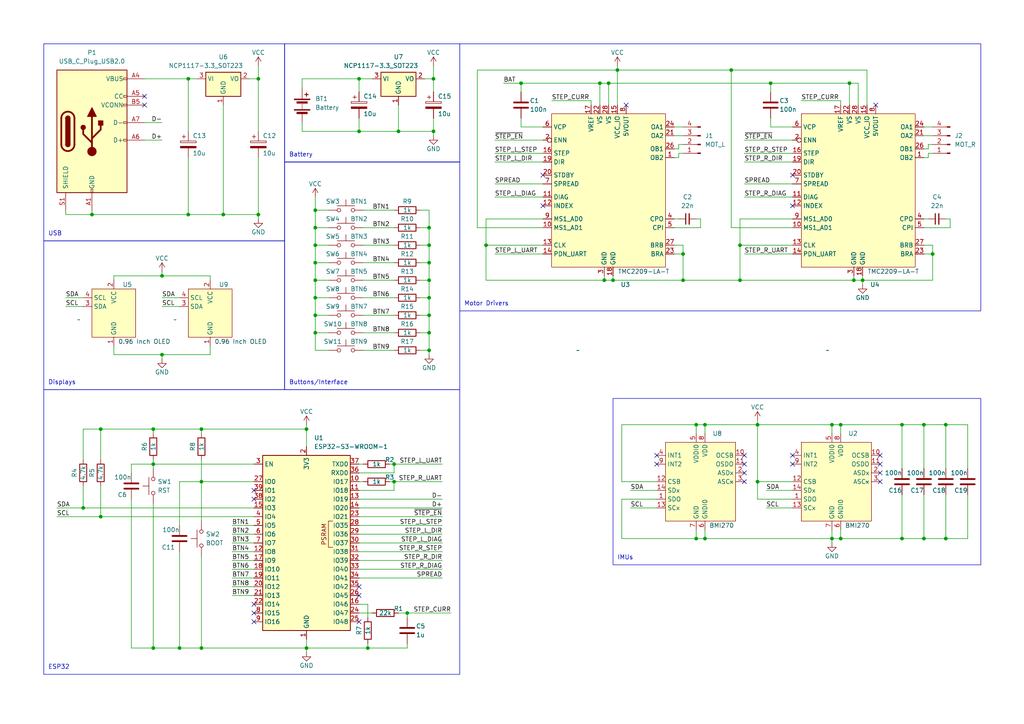
<source format=kicad_sch>
(kicad_sch (version 20230121) (generator eeschema)
  (paper "A4")
  (lib_symbols
    (symbol "0.96InchOLED:0.96_Inch_OLED"
      (property "Reference" "U" (at 2.54 7.62 0))
      (symbol "0.96_Inch_OLED_1_1"
        (rectangle (start -6.35 6.35) (end 6.35 -7.62) (fill (type background)))
        (text "0.96 Inch OLED" (at 1.27 -8.89 0) (effects (font (size 1.27 1.27)) (justify left)))
        (pin power_in line (at 0 -10.16 90) (length 2.54) (name "GND") (number "1"))
        (pin power_in line (at 0 8.89 270) (length 2.54) (name "VCC") (number "2"))
        (pin bidirectional line (at -8.89 1.27 0) (length 2.54) (name "SDA") (number "3"))
        (pin input line (at -8.89 3.81 0) (length 2.54) (name "SCL") (number "4"))
      )
    )
    (symbol "BMI270:BMI270"
      (property "Reference" "U" (at 5.08 13.97 0))
      (symbol "BMI270_1_1"
        (rectangle (start -10.16 12.7) (end 10.16 -10.16) (fill (type background)))
        (text "BMI270" (at 2.54 -11.43 0) (effects (font (size 1.27 1.27)) (justify left)))
        (pin bidirectional line (at -12.7 -3.81 0) (length 2.54) (name "SDO") (number "1"))
        (pin input line (at 12.7 8.89 180) (length 2.54) (name "OCSB") (number "10"))
        (pin output line (at 12.7 6.35 180) (length 2.54) (name "OSDO") (number "11"))
        (pin output line (at -12.7 1.27 0) (length 2.54) (name "CSB") (number "12"))
        (pin input line (at -12.7 -6.35 0) (length 2.54) (name "SCx") (number "13"))
        (pin bidirectional line (at -12.7 -1.27 0) (length 2.54) (name "SDx") (number "14"))
        (pin bidirectional line (at 12.7 3.81 180) (length 2.54) (name "ASDx") (number "2"))
        (pin bidirectional line (at 12.7 1.27 180) (length 2.54) (name "ASCx") (number "3"))
        (pin bidirectional line (at -12.7 8.89 0) (length 2.54) (name "INT1") (number "4"))
        (pin power_in line (at -1.27 15.24 270) (length 2.54) (name "VDDI0") (number "5"))
        (pin power_in line (at 1.27 -12.7 90) (length 2.54) (name "GNDI0") (number "6"))
        (pin power_in line (at -1.27 -12.7 90) (length 2.54) (name "GND") (number "7"))
        (pin power_in line (at 1.27 15.24 270) (length 2.54) (name "VDD") (number "8"))
        (pin bidirectional line (at -12.7 6.35 0) (length 2.54) (name "INT2") (number "9"))
      )
    )
    (symbol "Connector:Conn_01x04_Pin" (pin_names (offset 1.016) hide)
      (property "Reference" "J" (at 0 5.08 0))
      (property "Value" "Conn_01x04_Pin" (at 0 -7.62 0))
      (symbol "Conn_01x04_Pin_1_1"
        (polyline (pts (xy 1.27 -5.08) (xy 0.8636 -5.08)) (stroke (width 0.1524)))
        (polyline (pts (xy 1.27 -2.54) (xy 0.8636 -2.54)) (stroke (width 0.1524)))
        (polyline (pts (xy 1.27 0) (xy 0.8636 0)) (stroke (width 0.1524)))
        (polyline (pts (xy 1.27 2.54) (xy 0.8636 2.54)) (stroke (width 0.1524)))
        (rectangle (start 0.8636 -4.953) (end 0 -5.207) (stroke (width 0.1524)) (fill (type outline)))
        (rectangle (start 0.8636 -2.413) (end 0 -2.667) (stroke (width 0.1524)) (fill (type outline)))
        (rectangle (start 0.8636 0.127) (end 0 -0.127) (stroke (width 0.1524)) (fill (type outline)))
        (rectangle (start 0.8636 2.667) (end 0 2.413) (stroke (width 0.1524)) (fill (type outline)))
        (pin passive line (at 5.08 2.54 180) (length 3.81) (name "Pin_1") (number "1"))
        (pin passive line (at 5.08 0 180) (length 3.81) (name "Pin_2") (number "2"))
        (pin passive line (at 5.08 -2.54 180) (length 3.81) (name "Pin_3") (number "3"))
        (pin passive line (at 5.08 -5.08 180) (length 3.81) (name "Pin_4") (number "4"))
      )
    )
    (symbol "Connector:USB_C_Plug_USB2.0" (pin_names (offset 1.016))
      (property "Reference" "P" (at -10.16 19.05 0))
      (property "Value" "USB_C_Plug_USB2.0" (at 12.7 19.05 0))
      (symbol "USB_C_Plug_USB2.0_0_0"
        (rectangle (start -0.254 -17.78) (end 0.254 -16.764))
        (rectangle (start 10.16 -2.286) (end 9.144 -2.794))
        (rectangle (start 10.16 2.794) (end 9.144 2.286))
        (rectangle (start 10.16 7.874) (end 9.144 7.366))
        (rectangle (start 10.16 10.414) (end 9.144 9.906))
        (rectangle (start 10.16 15.494) (end 9.144 14.986))
      )
      (symbol "USB_C_Plug_USB2.0_0_1"
        (rectangle (start -10.16 17.78) (end 10.16 -17.78) (stroke (width 0.254)) (fill (type background)))
        (arc (start -8.89 -3.81) (mid -6.985 -5.7067) (end -5.08 -3.81) (stroke (width 0.508)))
        (arc (start -7.62 -3.81) (mid -6.985 -4.4423) (end -6.35 -3.81) (stroke (width 0.254)))
        (arc (start -7.62 -3.81) (mid -6.985 -4.4423) (end -6.35 -3.81) (stroke (width 0.254)) (fill (type outline)))
        (rectangle (start -7.62 -3.81) (end -6.35 3.81) (stroke (width 0.254)) (fill (type outline)))
        (arc (start -6.35 3.81) (mid -6.985 4.4423) (end -7.62 3.81) (stroke (width 0.254)))
        (arc (start -6.35 3.81) (mid -6.985 4.4423) (end -7.62 3.81) (stroke (width 0.254)) (fill (type outline)))
        (arc (start -5.08 3.81) (mid -6.985 5.7067) (end -8.89 3.81) (stroke (width 0.508)))
        (circle (center -2.54 1.143) (radius 0.635) (stroke (width 0.254)) (fill (type outline)))
        (circle (center 0 -5.842) (radius 1.27) (fill (type outline)))
        (polyline (pts (xy -8.89 -3.81) (xy -8.89 3.81)) (stroke (width 0.508)))
        (polyline (pts (xy -5.08 3.81) (xy -5.08 -3.81)) (stroke (width 0.508)))
        (polyline (pts (xy 0 -5.842) (xy 0 4.318)) (stroke (width 0.508)))
        (polyline (pts (xy 0 -3.302) (xy -2.54 -0.762) (xy -2.54 0.508)) (stroke (width 0.508)))
        (polyline (pts (xy 0 -2.032) (xy 2.54 0.508) (xy 2.54 1.778)) (stroke (width 0.508)))
        (polyline (pts (xy -1.27 4.318) (xy 0 6.858) (xy 1.27 4.318) (xy -1.27 4.318)) (stroke (width 0.254)) (fill (type outline)))
        (rectangle (start 1.905 1.778) (end 3.175 3.048) (stroke (width 0.254)) (fill (type outline)))
      )
      (symbol "USB_C_Plug_USB2.0_1_1"
        (pin passive line (at 0 -22.86 90) (length 5.08) (name "GND") (number "A1"))
        (pin passive line (at 0 -22.86 90) (length 5.08) hide (name "GND") (number "A12"))
        (pin passive line (at 15.24 15.24 180) (length 5.08) (name "VBUS") (number "A4"))
        (pin bidirectional line (at 15.24 10.16 180) (length 5.08) (name "CC") (number "A5"))
        (pin bidirectional line (at 15.24 -2.54 180) (length 5.08) (name "D+") (number "A6"))
        (pin bidirectional line (at 15.24 2.54 180) (length 5.08) (name "D-") (number "A7"))
        (pin passive line (at 15.24 15.24 180) (length 5.08) hide (name "VBUS") (number "A9"))
        (pin passive line (at 0 -22.86 90) (length 5.08) hide (name "GND") (number "B1"))
        (pin passive line (at 0 -22.86 90) (length 5.08) hide (name "GND") (number "B12"))
        (pin passive line (at 15.24 15.24 180) (length 5.08) hide (name "VBUS") (number "B4"))
        (pin bidirectional line (at 15.24 7.62 180) (length 5.08) (name "VCONN") (number "B5"))
        (pin passive line (at 15.24 15.24 180) (length 5.08) hide (name "VBUS") (number "B9"))
        (pin passive line (at -7.62 -22.86 90) (length 5.08) (name "SHIELD") (number "S1"))
      )
    )
    (symbol "Device:Battery" (pin_numbers hide) (pin_names (offset 0) hide)
      (property "Reference" "BT" (at 2.54 2.54 0))
      (property "Value" "Battery" (at 2.54 0 0))
      (symbol "Battery_0_1"
        (rectangle (start -2.286 -1.27) (end 2.286 -1.524) (fill (type outline)))
        (rectangle (start -2.286 1.778) (end 2.286 1.524) (fill (type outline)))
        (rectangle (start -1.524 -2.032) (end 1.524 -2.54) (fill (type outline)))
        (rectangle (start -1.524 1.016) (end 1.524 0.508) (fill (type outline)))
        (polyline (pts (xy 0 -1.016) (xy 0 -0.762)))
        (polyline (pts (xy 0 -0.508) (xy 0 -0.254)))
        (polyline (pts (xy 0 0) (xy 0 0.254)))
        (polyline (pts (xy 0 1.778) (xy 0 2.54)))
        (polyline (pts (xy 0.762 3.048) (xy 1.778 3.048)) (stroke (width 0.254)))
        (polyline (pts (xy 1.27 3.556) (xy 1.27 2.54)) (stroke (width 0.254)))
      )
      (symbol "Battery_1_1"
        (pin passive line (at 0 5.08 270) (length 2.54) (name "+") (number "1"))
        (pin passive line (at 0 -5.08 90) (length 2.54) (name "-") (number "2"))
      )
    )
    (symbol "Device:C" (pin_numbers hide) (pin_names (offset 0.254))
      (property "Reference" "C" (at 0.635 2.54 0))
      (property "Value" "C" (at 0.635 -2.54 0))
      (symbol "C_0_1"
        (polyline (pts (xy -2.032 -0.762) (xy 2.032 -0.762)) (stroke (width 0.508)))
        (polyline (pts (xy -2.032 0.762) (xy 2.032 0.762)) (stroke (width 0.508)))
      )
      (symbol "C_1_1"
        (pin passive line (at 0 3.81 270) (length 2.794) (name "~") (number "1"))
        (pin passive line (at 0 -3.81 90) (length 2.794) (name "~") (number "2"))
      )
    )
    (symbol "Device:C_Polarized" (pin_numbers hide) (pin_names (offset 0.254))
      (property "Reference" "C" (at 0.635 2.54 0))
      (property "Value" "C_Polarized" (at 0.635 -2.54 0))
      (symbol "C_Polarized_0_1"
        (rectangle (start -2.286 0.508) (end 2.286 1.016))
        (polyline (pts (xy -1.778 2.286) (xy -0.762 2.286)))
        (polyline (pts (xy -1.27 2.794) (xy -1.27 1.778)))
        (rectangle (start 2.286 -0.508) (end -2.286 -1.016) (fill (type outline)))
      )
      (symbol "C_Polarized_1_1"
        (pin passive line (at 0 3.81 270) (length 2.794) (name "~") (number "1"))
        (pin passive line (at 0 -3.81 90) (length 2.794) (name "~") (number "2"))
      )
    )
    (symbol "Device:C_Small" (pin_numbers hide) (pin_names (offset 0.254) hide)
      (property "Reference" "C" (at 0.254 1.778 0))
      (property "Value" "C_Small" (at 0.254 -2.032 0))
      (symbol "C_Small_0_1"
        (polyline (pts (xy -1.524 -0.508) (xy 1.524 -0.508)) (stroke (width 0.3302)))
        (polyline (pts (xy -1.524 0.508) (xy 1.524 0.508)) (stroke (width 0.3048)))
      )
      (symbol "C_Small_1_1"
        (pin passive line (at 0 2.54 270) (length 2.032) (name "~") (number "1"))
        (pin passive line (at 0 -2.54 90) (length 2.032) (name "~") (number "2"))
      )
    )
    (symbol "Device:R" (pin_numbers hide) (pin_names (offset 0))
      (property "Reference" "R" (at 2.032 0 90))
      (property "Value" "R" (at 0 0 90))
      (symbol "R_0_1"
        (rectangle (start -1.016 -2.54) (end 1.016 2.54) (stroke (width 0.254)))
      )
      (symbol "R_1_1"
        (pin passive line (at 0 3.81 270) (length 1.27) (name "~") (number "1"))
        (pin passive line (at 0 -3.81 90) (length 1.27) (name "~") (number "2"))
      )
    )
    (symbol "RF_Module:ESP32-S3-WROOM-1"
      (property "Reference" "U" (at -12.7 26.67 0))
      (property "Value" "ESP32-S3-WROOM-1" (at 12.7 26.67 0))
      (symbol "ESP32-S3-WROOM-1_0_0"
        (rectangle (start -12.7 25.4) (end 12.7 -25.4) (stroke (width 0.254)) (fill (type background)))
        (text "PSRAM" (at 5.08 2.54 900) (effects (font (size 1.27 1.27))))
      )
      (symbol "ESP32-S3-WROOM-1_0_1"
        (polyline (pts (xy 7.62 -1.27) (xy 6.35 -1.27) (xy 6.35 6.35) (xy 7.62 6.35)))
      )
      (symbol "ESP32-S3-WROOM-1_1_1"
        (pin power_in line (at 0 -27.94 90) (length 2.54) (name "GND") (number "1"))
        (pin bidirectional line (at 15.24 17.78 180) (length 2.54) (name "IO17") (number "10"))
        (pin bidirectional line (at 15.24 15.24 180) (length 2.54) (name "IO18") (number "11"))
        (pin bidirectional line (at -15.24 -2.54 0) (length 2.54) (name "IO8") (number "12"))
        (pin bidirectional line (at 15.24 12.7 180) (length 2.54) (name "IO19") (number "13"))
        (pin bidirectional line (at 15.24 10.16 180) (length 2.54) (name "IO20") (number "14"))
        (pin bidirectional line (at -15.24 10.16 0) (length 2.54) (name "IO3") (number "15"))
        (pin bidirectional line (at 15.24 -17.78 180) (length 2.54) (name "IO46") (number "16"))
        (pin bidirectional line (at -15.24 -5.08 0) (length 2.54) (name "IO9") (number "17"))
        (pin bidirectional line (at -15.24 -7.62 0) (length 2.54) (name "IO10") (number "18"))
        (pin bidirectional line (at -15.24 -10.16 0) (length 2.54) (name "IO11") (number "19"))
        (pin power_in line (at 0 27.94 270) (length 2.54) (name "3V3") (number "2"))
        (pin bidirectional line (at -15.24 -12.7 0) (length 2.54) (name "IO12") (number "20"))
        (pin bidirectional line (at -15.24 -15.24 0) (length 2.54) (name "IO13") (number "21"))
        (pin bidirectional line (at -15.24 -17.78 0) (length 2.54) (name "IO14") (number "22"))
        (pin bidirectional line (at 15.24 7.62 180) (length 2.54) (name "IO21") (number "23"))
        (pin bidirectional line (at 15.24 -20.32 180) (length 2.54) (name "IO47") (number "24"))
        (pin bidirectional line (at 15.24 -22.86 180) (length 2.54) (name "IO48") (number "25"))
        (pin bidirectional line (at 15.24 -15.24 180) (length 2.54) (name "IO45") (number "26"))
        (pin bidirectional line (at -15.24 17.78 0) (length 2.54) (name "IO0") (number "27"))
        (pin bidirectional line (at 15.24 5.08 180) (length 2.54) (name "IO35") (number "28"))
        (pin bidirectional line (at 15.24 2.54 180) (length 2.54) (name "IO36") (number "29"))
        (pin input line (at -15.24 22.86 0) (length 2.54) (name "EN") (number "3"))
        (pin bidirectional line (at 15.24 0 180) (length 2.54) (name "IO37") (number "30"))
        (pin bidirectional line (at 15.24 -2.54 180) (length 2.54) (name "IO38") (number "31"))
        (pin bidirectional line (at 15.24 -5.08 180) (length 2.54) (name "IO39") (number "32"))
        (pin bidirectional line (at 15.24 -7.62 180) (length 2.54) (name "IO40") (number "33"))
        (pin bidirectional line (at 15.24 -10.16 180) (length 2.54) (name "IO41") (number "34"))
        (pin bidirectional line (at 15.24 -12.7 180) (length 2.54) (name "IO42") (number "35"))
        (pin bidirectional line (at 15.24 20.32 180) (length 2.54) (name "RXD0") (number "36"))
        (pin bidirectional line (at 15.24 22.86 180) (length 2.54) (name "TXD0") (number "37"))
        (pin bidirectional line (at -15.24 12.7 0) (length 2.54) (name "IO2") (number "38"))
        (pin bidirectional line (at -15.24 15.24 0) (length 2.54) (name "IO1") (number "39"))
        (pin bidirectional line (at -15.24 7.62 0) (length 2.54) (name "IO4") (number "4"))
        (pin passive line (at 0 -27.94 90) (length 2.54) hide (name "GND") (number "40"))
        (pin passive line (at 0 -27.94 90) (length 2.54) hide (name "GND") (number "41"))
        (pin bidirectional line (at -15.24 5.08 0) (length 2.54) (name "IO5") (number "5"))
        (pin bidirectional line (at -15.24 2.54 0) (length 2.54) (name "IO6") (number "6"))
        (pin bidirectional line (at -15.24 0 0) (length 2.54) (name "IO7") (number "7"))
        (pin bidirectional line (at -15.24 -20.32 0) (length 2.54) (name "IO15") (number "8"))
        (pin bidirectional line (at -15.24 -22.86 0) (length 2.54) (name "IO16") (number "9"))
      )
    )
    (symbol "Regulator_Linear:NCP1117-3.3_SOT223"
      (property "Reference" "U" (at -3.81 3.175 0))
      (property "Value" "NCP1117-3.3_SOT223" (at 0 3.175 0))
      (symbol "NCP1117-3.3_SOT223_0_1"
        (rectangle (start -5.08 -5.08) (end 5.08 1.905) (stroke (width 0.254)) (fill (type background)))
      )
      (symbol "NCP1117-3.3_SOT223_1_1"
        (pin power_in line (at 0 -7.62 90) (length 2.54) (name "GND") (number "1"))
        (pin power_out line (at 7.62 0 180) (length 2.54) (name "VO") (number "2"))
        (pin power_in line (at -7.62 0 0) (length 2.54) (name "VI") (number "3"))
      )
    )
    (symbol "Switch:SW_Push" (pin_numbers hide) (pin_names (offset 1.016) hide)
      (property "Reference" "SW" (at 1.27 2.54 0))
      (property "Value" "SW_Push" (at 0 -1.524 0))
      (symbol "SW_Push_0_1"
        (circle (center -2.032 0) (radius 0.508))
        (polyline (pts (xy 0 1.27) (xy 0 3.048)))
        (polyline (pts (xy 2.54 1.27) (xy -2.54 1.27)))
        (circle (center 2.032 0) (radius 0.508))
        (pin passive line (at -5.08 0 0) (length 2.54) (name "1") (number "1"))
        (pin passive line (at 5.08 0 180) (length 2.54) (name "2") (number "2"))
      )
    )
    (symbol "TMC2209-LA-T:TMC2209-LA-T"
      (property "Reference" "U" (at -15.24 -22.86 0))
      (symbol "TMC2209-LA-T_1_1"
        (rectangle (start -16.51 22.86) (end 16.51 -21.59) (fill (type background)))
        (text "TMC2209-LA-T\n" (at 10.16 -22.86 0) (effects (font (size 1.27 1.27))))
        (pin output line (at 19.05 10.16 180) (length 2.54) (name "OB2") (number "1"))
        (pin input line (at -19.05 -10.16 0) (length 2.54) (name "MS1_AD1") (number "10"))
        (pin output line (at -19.05 -1.27 0) (length 2.54) (name "DIAG") (number "11"))
        (pin output line (at -19.05 -3.81 0) (length 2.54) (name "INDEX") (number "12"))
        (pin input line (at -19.05 -15.24 0) (length 2.54) (name "CLK") (number "13"))
        (pin bidirectional line (at -19.05 -17.78 0) (length 2.54) (name "PDN_UART") (number "14"))
        (pin power_in line (at 2.54 25.4 270) (length 2.54) (name "VCC_IO") (number "15"))
        (pin input line (at -19.05 11.43 0) (length 2.54) (name "STEP") (number "16"))
        (pin input line (at -5.08 25.4 270) (length 2.54) (name "VREF") (number "17"))
        (pin power_in line (at 1.27 -24.13 90) (length 2.54) (name "GND") (number "18"))
        (pin input line (at -19.05 8.89 0) (length 2.54) (name "DIR") (number "19"))
        (pin input inverted (at -19.05 15.24 0) (length 2.54) (name "ENN") (number "2"))
        (pin input line (at -19.05 5.08 0) (length 2.54) (name "STDBY") (number "20"))
        (pin output line (at 19.05 16.51 180) (length 2.54) (name "OA2") (number "21"))
        (pin power_in line (at -2.54 25.4 270) (length 2.54) (name "VS") (number "22"))
        (pin input line (at 19.05 -17.78 180) (length 2.54) (name "BRA") (number "23"))
        (pin output line (at 19.05 19.05 180) (length 2.54) (name "OA1") (number "24"))
        (pin output line (at 19.05 12.7 180) (length 2.54) (name "OB1") (number "26"))
        (pin input line (at 19.05 -15.24 180) (length 2.54) (name "BRB") (number "27"))
        (pin power_in line (at 0 25.4 270) (length 2.54) (name "VS") (number "28"))
        (pin power_in line (at -1.27 -24.13 90) (length 2.54) (name "GND") (number "3"))
        (pin output line (at 19.05 -7.62 180) (length 2.54) (name "CPO") (number "4"))
        (pin input line (at 19.05 -10.16 180) (length 2.54) (name "CPI") (number "5"))
        (pin power_in line (at -19.05 19.05 0) (length 2.54) (name "VCP") (number "6"))
        (pin input line (at -19.05 2.54 0) (length 2.54) (name "SPREAD") (number "7"))
        (pin power_out line (at 5.08 25.4 270) (length 2.54) (name "5VOUT") (number "8"))
        (pin input line (at -19.05 -7.62 0) (length 2.54) (name "MS1_AD0") (number "9"))
      )
    )
    (symbol "power:GND" (power) (pin_names (offset 0))
      (property "Value" "GND" (at 0 -3.81 0))
      (symbol "GND_0_1"
        (polyline (pts (xy 0 0) (xy 0 -1.27) (xy 1.27 -1.27) (xy 0 -2.54) (xy -1.27 -1.27) (xy 0 -1.27)))
      )
      (symbol "GND_1_1"
        (pin power_in line (at 0 0 270) (length 0) hide (name "GND") (number "1"))
      )
    )
    (symbol "power:VCC" (power) (pin_names (offset 0))
      (property "Value" "VCC" (at 0 3.81 0))
      (symbol "VCC_0_1"
        (polyline (pts (xy -0.762 1.27) (xy 0 2.54)))
        (polyline (pts (xy 0 0) (xy 0 2.54)))
        (polyline (pts (xy 0 2.54) (xy 0.762 1.27)))
      )
      (symbol "VCC_1_1"
        (pin power_in line (at 0 0 90) (length 0) hide (name "VCC") (number "1"))
      )
    )
  )
  (junction (at 124.46 101.6))
  (junction (at 91.44 66.04))
  (junction (at 177.8 81.28))
  (junction (at 91.44 60.96))
  (junction (at 241.3 156.21))
  (junction (at 104.14 22.86))
  (junction (at 198.12 81.28))
  (junction (at 46.99 80.01))
  (junction (at 54.61 22.86))
  (junction (at 29.21 124.46))
  (junction (at 124.46 91.44))
  (junction (at 261.62 123.19))
  (junction (at 246.38 24.13))
  (junction (at 247.65 81.28))
  (junction (at 58.42 124.46))
  (junction (at 124.46 71.12))
  (junction (at 204.47 156.21))
  (junction (at 24.13 147.32))
  (junction (at 204.47 123.19))
  (junction (at 274.32 123.19))
  (junction (at 44.45 187.96))
  (junction (at 115.57 38.1))
  (junction (at 125.73 38.1))
  (junction (at 176.53 24.13))
  (junction (at 175.26 81.28))
  (junction (at 46.99 102.87))
  (junction (at 114.3 139.7))
  (junction (at 54.61 62.23))
  (junction (at 26.67 62.23))
  (junction (at 44.45 124.46))
  (junction (at 104.14 38.1))
  (junction (at 214.63 71.12))
  (junction (at 74.93 22.86))
  (junction (at 270.51 73.66))
  (junction (at 91.44 86.36))
  (junction (at 214.63 81.28))
  (junction (at 91.44 91.44))
  (junction (at 250.19 81.28))
  (junction (at 219.71 123.19))
  (junction (at 151.13 24.13))
  (junction (at 88.9 187.96))
  (junction (at 64.77 62.23))
  (junction (at 74.93 62.23))
  (junction (at 223.52 24.13))
  (junction (at 179.07 20.32))
  (junction (at 106.68 187.96))
  (junction (at 124.46 96.52))
  (junction (at 198.12 73.66))
  (junction (at 261.62 156.21))
  (junction (at 125.73 22.86))
  (junction (at 91.44 96.52))
  (junction (at 267.97 156.21))
  (junction (at 124.46 66.04))
  (junction (at 274.32 156.21))
  (junction (at 140.97 71.12))
  (junction (at 212.09 20.32))
  (junction (at 58.42 187.96))
  (junction (at 88.9 124.46))
  (junction (at 58.42 139.7))
  (junction (at 124.46 81.28))
  (junction (at 124.46 86.36))
  (junction (at 219.71 139.7))
  (junction (at 91.44 71.12))
  (junction (at 243.84 123.19))
  (junction (at 29.21 149.86))
  (junction (at 201.93 156.21))
  (junction (at 241.3 123.19))
  (junction (at 173.99 24.13))
  (junction (at 243.84 156.21))
  (junction (at 124.46 76.2))
  (junction (at 267.97 123.19))
  (junction (at 114.3 134.62))
  (junction (at 201.93 123.19))
  (junction (at 91.44 81.28))
  (junction (at 118.11 177.8))
  (junction (at 91.44 76.2))
  (junction (at 44.45 134.62))
  (junction (at 52.07 187.96))
  (no_connect (at 190.5 134.62))
  (no_connect (at 229.87 50.8))
  (no_connect (at 104.14 170.18))
  (no_connect (at 215.9 132.08))
  (no_connect (at 73.66 175.26))
  (no_connect (at 181.61 30.48))
  (no_connect (at 41.91 27.94))
  (no_connect (at 255.27 132.08))
  (no_connect (at 73.66 144.78))
  (no_connect (at 41.91 30.48))
  (no_connect (at 215.9 134.62))
  (no_connect (at 215.9 139.7))
  (no_connect (at 229.87 132.08))
  (no_connect (at 104.14 172.72))
  (no_connect (at 190.5 132.08))
  (no_connect (at 255.27 139.7))
  (no_connect (at 73.66 180.34))
  (no_connect (at 255.27 137.16))
  (no_connect (at 157.48 59.69))
  (no_connect (at 254 30.48))
  (no_connect (at 229.87 134.62))
  (no_connect (at 255.27 134.62))
  (no_connect (at 215.9 137.16))
  (no_connect (at 157.48 50.8))
  (no_connect (at 73.66 142.24))
  (no_connect (at 229.87 59.69))
  (no_connect (at 73.66 177.8))
  (no_connect (at 104.14 180.34))
  (wire (pts (xy 198.12 71.12) (xy 195.58 71.12)))
  (wire (pts (xy 104.14 34.29) (xy 104.14 38.1)))
  (wire (pts (xy 250.19 81.28) (xy 270.51 81.28)))
  (wire (pts (xy 248.92 24.13) (xy 248.92 30.48)))
  (wire (pts (xy 26.67 62.23) (xy 54.61 62.23)))
  (wire (pts (xy 219.71 123.19) (xy 241.3 123.19)))
  (wire (pts (xy 58.42 124.46) (xy 58.42 125.73)))
  (wire (pts (xy 173.99 30.48) (xy 173.99 24.13)))
  (wire (pts (xy 105.41 96.52) (xy 114.3 96.52)))
  (wire (pts (xy 104.14 134.62) (xy 105.41 134.62)))
  (wire (pts (xy 24.13 133.35) (xy 24.13 124.46)))
  (wire (pts (xy 87.63 38.1) (xy 104.14 38.1)))
  (wire (pts (xy 201.93 123.19) (xy 201.93 125.73)))
  (wire (pts (xy 171.45 29.21) (xy 171.45 30.48)))
  (wire (pts (xy 88.9 187.96) (xy 88.9 189.23)))
  (wire (pts (xy 44.45 124.46) (xy 44.45 125.73)))
  (wire (pts (xy 222.25 147.32) (xy 229.87 147.32)))
  (wire (pts (xy 250.19 81.28) (xy 250.19 82.55)))
  (wire (pts (xy 124.46 96.52) (xy 124.46 91.44)))
  (wire (pts (xy 121.92 96.52) (xy 124.46 96.52)))
  (wire (pts (xy 198.12 81.28) (xy 198.12 73.66)))
  (wire (pts (xy 91.44 60.96) (xy 95.25 60.96)))
  (wire (pts (xy 143.51 73.66) (xy 157.48 73.66)))
  (wire (pts (xy 196.85 43.18) (xy 196.85 41.91)))
  (wire (pts (xy 118.11 187.96) (xy 118.11 186.69)))
  (wire (pts (xy 104.14 165.1) (xy 128.27 165.1)))
  (wire (pts (xy 19.05 88.9) (xy 24.13 88.9)))
  (wire (pts (xy 16.51 149.86) (xy 29.21 149.86)))
  (wire (pts (xy 151.13 36.83) (xy 157.48 36.83)))
  (wire (pts (xy 143.51 40.64) (xy 157.48 40.64)))
  (wire (pts (xy 246.38 24.13) (xy 248.92 24.13)))
  (wire (pts (xy 46.99 102.87) (xy 46.99 104.14)))
  (wire (pts (xy 91.44 96.52) (xy 91.44 101.6)))
  (wire (pts (xy 175.26 81.28) (xy 177.8 81.28)))
  (wire (pts (xy 64.77 30.48) (xy 64.77 62.23)))
  (wire (pts (xy 106.68 187.96) (xy 118.11 187.96)))
  (wire (pts (xy 91.44 66.04) (xy 91.44 60.96)))
  (wire (pts (xy 114.3 139.7) (xy 128.27 139.7)))
  (wire (pts (xy 114.3 134.62) (xy 114.3 137.16)))
  (wire (pts (xy 114.3 134.62) (xy 128.27 134.62)))
  (wire (pts (xy 38.1 134.62) (xy 44.45 134.62)))
  (wire (pts (xy 121.92 101.6) (xy 124.46 101.6)))
  (wire (pts (xy 121.92 66.04) (xy 124.46 66.04)))
  (wire (pts (xy 157.48 63.5) (xy 140.97 63.5)))
  (wire (pts (xy 261.62 156.21) (xy 261.62 143.51)))
  (wire (pts (xy 67.31 167.64) (xy 73.66 167.64)))
  (wire (pts (xy 118.11 177.8) (xy 130.81 177.8)))
  (wire (pts (xy 91.44 76.2) (xy 91.44 71.12)))
  (wire (pts (xy 38.1 187.96) (xy 44.45 187.96)))
  (wire (pts (xy 105.41 71.12) (xy 114.3 71.12)))
  (wire (pts (xy 241.3 123.19) (xy 241.3 125.73)))
  (wire (pts (xy 52.07 160.02) (xy 52.07 187.96)))
  (wire (pts (xy 38.1 144.78) (xy 38.1 187.96)))
  (wire (pts (xy 250.19 80.01) (xy 250.19 81.28)))
  (wire (pts (xy 88.9 123.19) (xy 88.9 124.46)))
  (wire (pts (xy 74.93 62.23) (xy 64.77 62.23)))
  (wire (pts (xy 104.14 22.86) (xy 107.95 22.86)))
  (wire (pts (xy 114.3 137.16) (xy 104.14 137.16)))
  (wire (pts (xy 105.41 86.36) (xy 114.3 86.36)))
  (wire (pts (xy 246.38 30.48) (xy 246.38 24.13)))
  (wire (pts (xy 29.21 133.35) (xy 29.21 124.46)))
  (wire (pts (xy 95.25 86.36) (xy 91.44 86.36)))
  (wire (pts (xy 24.13 147.32) (xy 73.66 147.32)))
  (wire (pts (xy 173.99 24.13) (xy 151.13 24.13)))
  (wire (pts (xy 105.41 60.96) (xy 114.3 60.96)))
  (wire (pts (xy 176.53 24.13) (xy 176.53 30.48)))
  (wire (pts (xy 121.92 71.12) (xy 124.46 71.12)))
  (wire (pts (xy 33.02 81.28) (xy 33.02 80.01)))
  (wire (pts (xy 91.44 86.36) (xy 91.44 91.44)))
  (wire (pts (xy 241.3 156.21) (xy 243.84 156.21)))
  (wire (pts (xy 140.97 81.28) (xy 175.26 81.28)))
  (wire (pts (xy 41.91 35.56) (xy 46.99 35.56)))
  (wire (pts (xy 58.42 139.7) (xy 58.42 151.13)))
  (wire (pts (xy 16.51 147.32) (xy 24.13 147.32)))
  (wire (pts (xy 115.57 38.1) (xy 125.73 38.1)))
  (wire (pts (xy 251.46 20.32) (xy 251.46 30.48)))
  (wire (pts (xy 243.84 123.19) (xy 241.3 123.19)))
  (wire (pts (xy 198.12 73.66) (xy 198.12 71.12)))
  (wire (pts (xy 24.13 124.46) (xy 29.21 124.46)))
  (wire (pts (xy 67.31 165.1) (xy 73.66 165.1)))
  (wire (pts (xy 138.43 20.32) (xy 179.07 20.32)))
  (wire (pts (xy 125.73 26.67) (xy 125.73 22.86)))
  (wire (pts (xy 91.44 96.52) (xy 95.25 96.52)))
  (wire (pts (xy 219.71 139.7) (xy 219.71 123.19)))
  (wire (pts (xy 274.32 123.19) (xy 274.32 135.89)))
  (wire (pts (xy 121.92 76.2) (xy 124.46 76.2)))
  (wire (pts (xy 67.31 157.48) (xy 73.66 157.48)))
  (wire (pts (xy 26.67 62.23) (xy 26.67 60.96)))
  (wire (pts (xy 140.97 63.5) (xy 140.97 71.12)))
  (wire (pts (xy 204.47 156.21) (xy 204.47 153.67)))
  (wire (pts (xy 201.93 156.21) (xy 204.47 156.21)))
  (wire (pts (xy 88.9 187.96) (xy 106.68 187.96)))
  (wire (pts (xy 215.9 46.99) (xy 229.87 46.99)))
  (wire (pts (xy 72.39 22.86) (xy 74.93 22.86)))
  (wire (pts (xy 104.14 144.78) (xy 128.27 144.78)))
  (wire (pts (xy 215.9 44.45) (xy 229.87 44.45)))
  (wire (pts (xy 222.25 142.24) (xy 229.87 142.24)))
  (wire (pts (xy 104.14 175.26) (xy 106.68 175.26)))
  (wire (pts (xy 95.25 101.6) (xy 91.44 101.6)))
  (wire (pts (xy 74.93 19.05) (xy 74.93 22.86)))
  (wire (pts (xy 58.42 161.29) (xy 58.42 187.96)))
  (wire (pts (xy 214.63 71.12) (xy 229.87 71.12)))
  (wire (pts (xy 195.58 73.66) (xy 198.12 73.66)))
  (wire (pts (xy 91.44 76.2) (xy 95.25 76.2)))
  (wire (pts (xy 38.1 137.16) (xy 38.1 134.62)))
  (wire (pts (xy 151.13 24.13) (xy 151.13 26.67)))
  (wire (pts (xy 58.42 139.7) (xy 73.66 139.7)))
  (wire (pts (xy 121.92 86.36) (xy 124.46 86.36)))
  (wire (pts (xy 267.97 73.66) (xy 270.51 73.66)))
  (wire (pts (xy 114.3 139.7) (xy 114.3 142.24)))
  (wire (pts (xy 91.44 91.44) (xy 95.25 91.44)))
  (wire (pts (xy 198.12 81.28) (xy 214.63 81.28)))
  (wire (pts (xy 267.97 123.19) (xy 274.32 123.19)))
  (wire (pts (xy 105.41 81.28) (xy 114.3 81.28)))
  (wire (pts (xy 29.21 149.86) (xy 73.66 149.86)))
  (wire (pts (xy 104.14 177.8) (xy 107.95 177.8)))
  (wire (pts (xy 267.97 156.21) (xy 274.32 156.21)))
  (wire (pts (xy 229.87 66.04) (xy 212.09 66.04)))
  (wire (pts (xy 229.87 139.7) (xy 219.71 139.7)))
  (wire (pts (xy 67.31 170.18) (xy 73.66 170.18)))
  (wire (pts (xy 274.32 123.19) (xy 280.67 123.19)))
  (wire (pts (xy 105.41 91.44) (xy 114.3 91.44)))
  (wire (pts (xy 214.63 63.5) (xy 214.63 71.12)))
  (wire (pts (xy 67.31 172.72) (xy 73.66 172.72)))
  (wire (pts (xy 267.97 43.18) (xy 269.24 43.18)))
  (wire (pts (xy 44.45 146.05) (xy 44.45 187.96)))
  (wire (pts (xy 125.73 19.05) (xy 125.73 22.86)))
  (wire (pts (xy 58.42 187.96) (xy 88.9 187.96)))
  (wire (pts (xy 113.03 139.7) (xy 114.3 139.7)))
  (wire (pts (xy 215.9 73.66) (xy 229.87 73.66)))
  (wire (pts (xy 91.44 81.28) (xy 91.44 76.2)))
  (wire (pts (xy 219.71 139.7) (xy 219.71 144.78)))
  (wire (pts (xy 182.88 147.32) (xy 190.5 147.32)))
  (wire (pts (xy 114.3 142.24) (xy 104.14 142.24)))
  (wire (pts (xy 179.07 20.32) (xy 212.09 20.32)))
  (wire (pts (xy 196.85 45.72) (xy 196.85 44.45)))
  (wire (pts (xy 143.51 53.34) (xy 157.48 53.34)))
  (wire (pts (xy 243.84 29.21) (xy 243.84 30.48)))
  (wire (pts (xy 243.84 125.73) (xy 243.84 123.19)))
  (wire (pts (xy 269.24 43.18) (xy 269.24 41.91)))
  (wire (pts (xy 87.63 38.1) (xy 87.63 35.56)))
  (wire (pts (xy 229.87 144.78) (xy 219.71 144.78)))
  (wire (pts (xy 52.07 187.96) (xy 58.42 187.96)))
  (wire (pts (xy 33.02 102.87) (xy 46.99 102.87)))
  (wire (pts (xy 269.24 45.72) (xy 269.24 44.45)))
  (wire (pts (xy 44.45 187.96) (xy 52.07 187.96)))
  (wire (pts (xy 140.97 71.12) (xy 157.48 71.12)))
  (wire (pts (xy 67.31 162.56) (xy 73.66 162.56)))
  (wire (pts (xy 41.91 22.86) (xy 54.61 22.86)))
  (wire (pts (xy 58.42 139.7) (xy 52.07 139.7)))
  (wire (pts (xy 177.8 81.28) (xy 198.12 81.28)))
  (wire (pts (xy 180.34 156.21) (xy 201.93 156.21)))
  (wire (pts (xy 60.96 80.01) (xy 60.96 81.28)))
  (wire (pts (xy 91.44 66.04) (xy 95.25 66.04)))
  (wire (pts (xy 270.51 73.66) (xy 270.51 71.12)))
  (wire (pts (xy 106.68 186.69) (xy 106.68 187.96)))
  (wire (pts (xy 44.45 133.35) (xy 44.45 134.62)))
  (wire (pts (xy 104.14 152.4) (xy 128.27 152.4)))
  (wire (pts (xy 124.46 71.12) (xy 124.46 66.04)))
  (wire (pts (xy 201.93 153.67) (xy 201.93 156.21)))
  (wire (pts (xy 54.61 22.86) (xy 57.15 22.86)))
  (wire (pts (xy 204.47 156.21) (xy 241.3 156.21)))
  (wire (pts (xy 138.43 66.04) (xy 157.48 66.04)))
  (wire (pts (xy 91.44 71.12) (xy 91.44 66.04)))
  (wire (pts (xy 124.46 91.44) (xy 124.46 86.36)))
  (wire (pts (xy 91.44 57.15) (xy 91.44 60.96)))
  (wire (pts (xy 125.73 38.1) (xy 125.73 39.37)))
  (wire (pts (xy 121.92 81.28) (xy 124.46 81.28)))
  (wire (pts (xy 261.62 123.19) (xy 243.84 123.19)))
  (wire (pts (xy 87.63 22.86) (xy 104.14 22.86)))
  (wire (pts (xy 105.41 76.2) (xy 114.3 76.2)))
  (wire (pts (xy 104.14 167.64) (xy 128.27 167.64)))
  (wire (pts (xy 146.05 24.13) (xy 151.13 24.13)))
  (wire (pts (xy 195.58 36.83) (xy 198.12 36.83)))
  (wire (pts (xy 24.13 140.97) (xy 24.13 147.32)))
  (wire (pts (xy 280.67 156.21) (xy 280.67 143.51)))
  (wire (pts (xy 267.97 63.5) (xy 269.24 63.5)))
  (wire (pts (xy 124.46 76.2) (xy 124.46 71.12)))
  (wire (pts (xy 121.92 91.44) (xy 124.46 91.44)))
  (wire (pts (xy 219.71 121.92) (xy 219.71 123.19)))
  (wire (pts (xy 190.5 144.78) (xy 180.34 144.78)))
  (wire (pts (xy 196.85 41.91) (xy 198.12 41.91)))
  (wire (pts (xy 175.26 81.28) (xy 175.26 80.01)))
  (wire (pts (xy 247.65 81.28) (xy 247.65 80.01)))
  (wire (pts (xy 104.14 147.32) (xy 128.27 147.32)))
  (wire (pts (xy 67.31 160.02) (xy 73.66 160.02)))
  (wire (pts (xy 19.05 62.23) (xy 19.05 60.96)))
  (wire (pts (xy 180.34 139.7) (xy 180.34 123.19)))
  (wire (pts (xy 274.32 156.21) (xy 274.32 143.51)))
  (wire (pts (xy 261.62 135.89) (xy 261.62 123.19)))
  (wire (pts (xy 124.46 86.36) (xy 124.46 81.28)))
  (wire (pts (xy 214.63 81.28) (xy 247.65 81.28)))
  (wire (pts (xy 91.44 81.28) (xy 95.25 81.28)))
  (wire (pts (xy 215.9 53.34) (xy 229.87 53.34)))
  (wire (pts (xy 19.05 86.36) (xy 24.13 86.36)))
  (wire (pts (xy 104.14 160.02) (xy 128.27 160.02)))
  (wire (pts (xy 74.93 22.86) (xy 74.93 38.1)))
  (wire (pts (xy 212.09 66.04) (xy 212.09 20.32)))
  (wire (pts (xy 212.09 20.32) (xy 251.46 20.32)))
  (wire (pts (xy 180.34 144.78) (xy 180.34 156.21)))
  (wire (pts (xy 29.21 140.97) (xy 29.21 149.86)))
  (wire (pts (xy 195.58 43.18) (xy 196.85 43.18)))
  (wire (pts (xy 270.51 71.12) (xy 267.97 71.12)))
  (wire (pts (xy 275.59 66.04) (xy 275.59 63.5)))
  (wire (pts (xy 91.44 81.28) (xy 91.44 86.36)))
  (wire (pts (xy 267.97 36.83) (xy 270.51 36.83)))
  (wire (pts (xy 46.99 86.36) (xy 52.07 86.36)))
  (wire (pts (xy 270.51 81.28) (xy 270.51 73.66)))
  (wire (pts (xy 74.93 45.72) (xy 74.93 62.23)))
  (wire (pts (xy 104.14 157.48) (xy 128.27 157.48)))
  (wire (pts (xy 173.99 24.13) (xy 176.53 24.13)))
  (wire (pts (xy 104.14 22.86) (xy 104.14 26.67)))
  (wire (pts (xy 105.41 101.6) (xy 114.3 101.6)))
  (wire (pts (xy 106.68 175.26) (xy 106.68 179.07)))
  (wire (pts (xy 160.02 29.21) (xy 171.45 29.21)))
  (wire (pts (xy 46.99 88.9) (xy 52.07 88.9)))
  (wire (pts (xy 280.67 135.89) (xy 280.67 123.19)))
  (wire (pts (xy 124.46 66.04) (xy 124.46 60.96)))
  (wire (pts (xy 151.13 34.29) (xy 151.13 36.83)))
  (wire (pts (xy 179.07 19.05) (xy 179.07 20.32)))
  (wire (pts (xy 104.14 139.7) (xy 105.41 139.7)))
  (wire (pts (xy 67.31 154.94) (xy 73.66 154.94)))
  (wire (pts (xy 243.84 156.21) (xy 261.62 156.21)))
  (wire (pts (xy 143.51 46.99) (xy 157.48 46.99)))
  (wire (pts (xy 241.3 156.21) (xy 241.3 157.48)))
  (wire (pts (xy 204.47 123.19) (xy 219.71 123.19)))
  (wire (pts (xy 241.3 153.67) (xy 241.3 156.21)))
  (wire (pts (xy 105.41 66.04) (xy 114.3 66.04)))
  (wire (pts (xy 180.34 123.19) (xy 201.93 123.19)))
  (wire (pts (xy 118.11 179.07) (xy 118.11 177.8)))
  (wire (pts (xy 223.52 34.29) (xy 223.52 36.83)))
  (wire (pts (xy 274.32 156.21) (xy 280.67 156.21)))
  (wire (pts (xy 46.99 78.74) (xy 46.99 80.01)))
  (wire (pts (xy 229.87 63.5) (xy 214.63 63.5)))
  (wire (pts (xy 54.61 22.86) (xy 54.61 38.1)))
  (wire (pts (xy 177.8 80.01) (xy 177.8 81.28)))
  (wire (pts (xy 124.46 101.6) (xy 124.46 102.87)))
  (wire (pts (xy 52.07 139.7) (xy 52.07 152.4)))
  (wire (pts (xy 88.9 185.42) (xy 88.9 187.96)))
  (wire (pts (xy 196.85 44.45) (xy 198.12 44.45)))
  (wire (pts (xy 223.52 24.13) (xy 223.52 26.67)))
  (wire (pts (xy 74.93 62.23) (xy 74.93 63.5)))
  (wire (pts (xy 215.9 40.64) (xy 229.87 40.64)))
  (wire (pts (xy 46.99 80.01) (xy 60.96 80.01)))
  (wire (pts (xy 115.57 38.1) (xy 115.57 30.48)))
  (wire (pts (xy 124.46 101.6) (xy 124.46 96.52)))
  (wire (pts (xy 195.58 63.5) (xy 196.85 63.5)))
  (wire (pts (xy 33.02 80.01) (xy 46.99 80.01)))
  (wire (pts (xy 54.61 45.72) (xy 54.61 62.23)))
  (wire (pts (xy 261.62 156.21) (xy 267.97 156.21)))
  (wire (pts (xy 41.91 40.64) (xy 46.99 40.64)))
  (wire (pts (xy 269.24 41.91) (xy 270.51 41.91)))
  (wire (pts (xy 44.45 134.62) (xy 73.66 134.62)))
  (wire (pts (xy 179.07 20.32) (xy 179.07 30.48)))
  (wire (pts (xy 267.97 66.04) (xy 275.59 66.04)))
  (wire (pts (xy 182.88 142.24) (xy 190.5 142.24)))
  (wire (pts (xy 124.46 60.96) (xy 121.92 60.96)))
  (wire (pts (xy 214.63 71.12) (xy 214.63 81.28)))
  (wire (pts (xy 261.62 123.19) (xy 267.97 123.19)))
  (wire (pts (xy 91.44 91.44) (xy 91.44 96.52)))
  (wire (pts (xy 115.57 177.8) (xy 118.11 177.8)))
  (wire (pts (xy 203.2 66.04) (xy 203.2 63.5)))
  (wire (pts (xy 190.5 139.7) (xy 180.34 139.7)))
  (wire (pts (xy 203.2 63.5) (xy 201.93 63.5)))
  (wire (pts (xy 26.67 62.23) (xy 19.05 62.23)))
  (wire (pts (xy 140.97 71.12) (xy 140.97 81.28)))
  (wire (pts (xy 204.47 125.73) (xy 204.47 123.19)))
  (wire (pts (xy 275.59 63.5) (xy 274.32 63.5)))
  (wire (pts (xy 124.46 81.28) (xy 124.46 76.2)))
  (wire (pts (xy 54.61 62.23) (xy 64.77 62.23)))
  (wire (pts (xy 232.41 29.21) (xy 243.84 29.21)))
  (wire (pts (xy 33.02 100.33) (xy 33.02 102.87)))
  (wire (pts (xy 195.58 45.72) (xy 196.85 45.72)))
  (wire (pts (xy 195.58 66.04) (xy 203.2 66.04)))
  (wire (pts (xy 123.19 22.86) (xy 125.73 22.86)))
  (wire (pts (xy 104.14 154.94) (xy 128.27 154.94)))
  (wire (pts (xy 143.51 44.45) (xy 157.48 44.45)))
  (wire (pts (xy 243.84 156.21) (xy 243.84 153.67)))
  (wire (pts (xy 143.51 57.15) (xy 157.48 57.15)))
  (wire (pts (xy 267.97 45.72) (xy 269.24 45.72)))
  (wire (pts (xy 113.03 134.62) (xy 114.3 134.62)))
  (wire (pts (xy 104.14 38.1) (xy 115.57 38.1)))
  (wire (pts (xy 267.97 39.37) (xy 270.51 39.37)))
  (wire (pts (xy 60.96 102.87) (xy 60.96 100.33)))
  (wire (pts (xy 88.9 124.46) (xy 88.9 129.54)))
  (wire (pts (xy 104.14 162.56) (xy 128.27 162.56)))
  (wire (pts (xy 267.97 156.21) (xy 267.97 143.51)))
  (wire (pts (xy 247.65 81.28) (xy 250.19 81.28)))
  (wire (pts (xy 44.45 135.89) (xy 44.45 134.62)))
  (wire (pts (xy 195.58 39.37) (xy 198.12 39.37)))
  (wire (pts (xy 223.52 36.83) (xy 229.87 36.83)))
  (wire (pts (xy 58.42 124.46) (xy 88.9 124.46)))
  (wire (pts (xy 269.24 44.45) (xy 270.51 44.45)))
  (wire (pts (xy 46.99 102.87) (xy 60.96 102.87)))
  (wire (pts (xy 176.53 24.13) (xy 223.52 24.13)))
  (wire (pts (xy 267.97 135.89) (xy 267.97 123.19)))
  (wire (pts (xy 91.44 71.12) (xy 95.25 71.12)))
  (wire (pts (xy 67.31 152.4) (xy 73.66 152.4)))
  (wire (pts (xy 204.47 123.19) (xy 201.93 123.19)))
  (wire (pts (xy 87.63 22.86) (xy 87.63 25.4)))
  (wire (pts (xy 138.43 66.04) (xy 138.43 20.32)))
  (wire (pts (xy 104.14 149.86) (xy 128.27 149.86)))
  (wire (pts (xy 29.21 124.46) (xy 44.45 124.46)))
  (wire (pts (xy 215.9 57.15) (xy 229.87 57.15)))
  (wire (pts (xy 58.42 133.35) (xy 58.42 139.7)))
  (wire (pts (xy 44.45 124.46) (xy 58.42 124.46)))
  (wire (pts (xy 125.73 34.29) (xy 125.73 38.1)))
  (wire (pts (xy 246.38 24.13) (xy 223.52 24.13)))
  (rectangle (start 177.8 115.57) (end 284.48 163.83))
  (rectangle (start 12.7 69.85) (end 82.55 113.03))
  (rectangle (start 82.55 46.99) (end 133.35 113.03))
  (rectangle (start 82.55 12.7) (end 133.35 46.99))
  (rectangle (start 12.7 113.03) (end 133.35 195.58))
  (rectangle (start 12.7 12.7) (end 82.55 69.85))
  (rectangle (start 133.35 12.7) (end 284.48 90.17))
  (text "Motor Drivers" (at 134.62 88.9 0) (effects (font (size 1.27 1.27)) (justify left bottom)))
  (text "Displays\n" (at 13.97 111.76 0) (effects (font (size 1.27 1.27)) (justify left bottom)))
  (text "Buttons/Interface\n" (at 83.82 111.76 0) (effects (font (size 1.27 1.27)) (justify left bottom)))
  (text "USB\n" (at 13.97 68.58 0) (effects (font (size 1.27 1.27)) (justify left bottom)))
  (text "IMUs\n" (at 179.07 162.56 0) (effects (font (size 1.27 1.27)) (justify left bottom)))
  (text "ESP32\n" (at 13.97 194.31 0) (effects (font (size 1.27 1.27)) (justify left bottom)))
  (text "Battery" (at 83.82 45.72 0) (effects (font (size 1.27 1.27)) (justify left bottom)))
  (label "D+" (at 46.99 40.64 180))
  (label "STEP_R_STEP" (at 215.9 44.45 0))
  (label "STEP_L_UART" (at 143.51 73.66 0))
  (label "BTN9" (at 67.31 172.72 0))
  (label "BTN2" (at 67.31 154.94 0))
  (label "SDA" (at 19.05 86.36 0))
  (label "STEP_L_DIR" (at 128.27 154.94 180))
  (label "STEP_L_STEP" (at 143.51 44.45 0))
  (label "~{STEP_EN}" (at 143.51 40.64 0))
  (label "STEP_R_UART" (at 215.9 73.66 0))
  (label "STEP_L_STEP" (at 128.27 152.4 180))
  (label "BAT" (at 146.05 24.13 0))
  (label "SDA" (at 182.88 142.24 0))
  (label "STEP_L_DIR" (at 143.51 46.99 0))
  (label "BTN4" (at 113.03 76.2 180))
  (label "SPREAD" (at 215.9 53.34 0))
  (label "SPREAD" (at 128.27 167.64 180))
  (label "SCL" (at 222.25 147.32 0))
  (label "BTN7" (at 113.03 91.44 180))
  (label "BTN9" (at 113.03 101.6 180))
  (label "SDA" (at 16.51 147.32 0))
  (label "STEP_L_UART" (at 128.27 134.62 180))
  (label "~{STEP_EN}" (at 128.27 149.86 180))
  (label "SDA" (at 222.25 142.24 0))
  (label "BTN2" (at 113.03 66.04 180))
  (label "BTN5" (at 113.03 81.28 180))
  (label "SCL" (at 19.05 88.9 0))
  (label "BTN8" (at 67.31 170.18 0))
  (label "D-" (at 46.99 35.56 180))
  (label "STEP_CURR" (at 232.41 29.21 0))
  (label "BTN6" (at 113.03 86.36 180))
  (label "STEP_L_DIAG" (at 143.51 57.15 0))
  (label "STEP_L_DIAG" (at 128.27 157.48 180))
  (label "SCL" (at 46.99 88.9 0))
  (label "BTN3" (at 67.31 157.48 0))
  (label "~{STEP_EN}" (at 215.9 40.64 0))
  (label "STEP_R_DIAG" (at 128.27 165.1 180))
  (label "STEP_CURR" (at 160.02 29.21 0))
  (label "BTN3" (at 113.03 71.12 180))
  (label "SCL" (at 182.88 147.32 0))
  (label "STEP_R_DIAG" (at 215.9 57.15 0))
  (label "SPREAD" (at 143.51 53.34 0))
  (label "BTN5" (at 67.31 162.56 0))
  (label "BTN1" (at 113.03 60.96 180))
  (label "BTN8" (at 113.03 96.52 180))
  (label "BTN4" (at 67.31 160.02 0))
  (label "BTN1" (at 67.31 152.4 0))
  (label "STEP_R_UART" (at 128.27 139.7 180))
  (label "STEP_R_DIR" (at 128.27 162.56 180))
  (label "BTN7" (at 67.31 167.64 0))
  (label "D+" (at 128.27 147.32 180))
  (label "BTN6" (at 67.31 165.1 0))
  (label "D-" (at 128.27 144.78 180))
  (label "STEP_CURR" (at 130.81 177.8 180))
  (label "SDA" (at 46.99 86.36 0))
  (label "STEP_R_DIR" (at 215.9 46.99 0))
  (label "SCL" (at 16.51 149.86 0))
  (label "STEP_R_STEP" (at 128.27 160.02 180))
  (symbol (lib_id "Switch:SW_Push") (at 100.33 76.2 0) (unit 1)
    (property "Reference" "SW6" (at 96.52 73.66 0))
    (property "Value" "BTN4" (at 104.14 73.66 0))
  )
  (symbol (lib_id "power:VCC") (at 91.44 57.15 0) (unit 1)
    (property "Reference" "#PWR011" (effects hide))
    (property "Value" "VCC" (at 91.44 53.34 0))
  )
  (symbol (lib_id "Switch:SW_Push") (at 100.33 60.96 0) (unit 1)
    (property "Reference" "SW3" (at 96.52 58.42 0))
    (property "Value" "BTN1" (at 104.14 58.42 0))
  )
  (symbol (lib_id "Switch:SW_Push") (at 100.33 96.52 0) (unit 1)
    (property "Reference" "SW10" (at 96.52 93.98 0))
    (property "Value" "BTN8" (at 104.14 93.98 0))
  )
  (symbol (lib_id "Device:R") (at 29.21 137.16 180) (unit 1)
    (property "Reference" "R5" (at 26.67 137.16 90))
    (property "Value" "4.7k" (at 29.21 137.16 90))
  )
  (symbol (lib_id "Device:R") (at 111.76 177.8 90) (unit 1)
    (property "Reference" "R1" (at 115.57 176.53 90))
    (property "Value" "22k" (at 111.76 177.8 90))
  )
  (symbol (lib_id "Device:C") (at 267.97 139.7 180) (unit 1)
    (property "Reference" "C17" (at 267.97 142.24 0) (effects (justify left)))
    (property "Value" "100n" (at 267.97 137.16 0) (effects (justify left)))
  )
  (symbol (lib_id "Device:C_Polarized") (at 74.93 41.91 0) (unit 1)
    (property "Reference" "C12" (at 76.2 39.37 0) (effects (justify left)))
    (property "Value" "10u" (at 76.2 44.45 0) (effects (justify left)))
  )
  (symbol (lib_id "TMC2209-LA-T:TMC2209-LA-T") (at 248.92 55.88 0) (unit 1)
    (property "Reference" "U4" (at 252.3841 82.55 0) (effects (justify left)))
    (property "Value" "~" (at 240.03 101.6 0))
    (property "Footprint" "Package_DFN_QFN:QFN-28-1EP_5x5mm_P0.5mm_EP3.75x3.75mm" (effects hide))
    (property "Datasheet" "https://www.digikey.com/en/products/detail/analog-devices-inc-maxim-integrated/TMC2209-LA-T/10232491" (effects hide))
  )
  (symbol (lib_id "BMI270:BMI270") (at 203.2 140.97 0) (unit 1)
    (property "Reference" "U8" (at 206.6641 125.73 0) (effects (justify left)))
    (property "Value" "~" (at 212.09 139.7 0))
    (property "Footprint" "Package_LGA:Bosch_LGA-14_3x2.5mm_P0.5mm" (effects hide))
    (property "Datasheet" "https://www.bosch-sensortec.com/media/boschsensortec/downloads/datasheets/bst-bmi270-ds000.pdf" (effects hide))
  )
  (symbol (lib_id "Device:R") (at 118.11 91.44 90) (unit 1)
    (property "Reference" "R15" (at 118.11 88.9 90))
    (property "Value" "1k" (at 118.11 91.44 90))
  )
  (symbol (lib_id "Device:R") (at 118.11 60.96 90) (unit 1)
    (property "Reference" "R9" (at 118.11 58.42 90))
    (property "Value" "1k" (at 118.11 60.96 90))
  )
  (symbol (lib_id "Device:C_Polarized") (at 125.73 30.48 0) (unit 1)
    (property "Reference" "C15" (at 127 27.94 0) (effects (justify left)))
    (property "Value" "10u" (at 127 33.02 0) (effects (justify left)))
  )
  (symbol (lib_id "Device:R") (at 109.22 139.7 90) (unit 1)
    (property "Reference" "R3" (at 113.03 138.43 90))
    (property "Value" "1k" (at 109.22 139.7 90))
  )
  (symbol (lib_id "power:GND") (at 74.93 63.5 0) (unit 1)
    (property "Reference" "#PWR09" (effects hide))
    (property "Value" "GND" (at 74.93 67.31 0))
  )
  (symbol (lib_id "Switch:SW_Push") (at 100.33 66.04 0) (unit 1)
    (property "Reference" "SW4" (at 96.52 63.5 0))
    (property "Value" "BTN2" (at 104.14 63.5 0))
  )
  (symbol (lib_id "Connector:Conn_01x04_Pin") (at 203.2 41.91 180) (unit 1)
    (property "Reference" "J1" (at 204.47 39.37 0) (effects (justify right)))
    (property "Value" "MOT_L" (at 204.47 41.91 0) (effects (justify right)))
  )
  (symbol (lib_id "TMC2209-LA-T:TMC2209-LA-T") (at 176.53 55.88 0) (unit 1)
    (property "Reference" "U3" (at 179.9941 82.55 0) (effects (justify left)))
    (property "Value" "~" (at 167.64 101.6 0))
    (property "Footprint" "Package_DFN_QFN:QFN-28-1EP_5x5mm_P0.5mm_EP3.75x3.75mm" (effects hide))
    (property "Datasheet" "https://www.digikey.com/en/products/detail/analog-devices-inc-maxim-integrated/TMC2209-LA-T/10232491" (effects hide))
  )
  (symbol (lib_id "Device:C_Polarized") (at 104.14 30.48 0) (unit 1)
    (property "Reference" "C14" (at 105.41 27.94 0) (effects (justify left)))
    (property "Value" "10u" (at 105.41 33.02 0) (effects (justify left)))
  )
  (symbol (lib_id "Device:C") (at 223.52 30.48 0) (unit 1)
    (property "Reference" "C3" (at 226.06 29.21 0) (effects (justify left)))
    (property "Value" "100n" (at 226.06 31.75 0) (effects (justify left)))
  )
  (symbol (lib_id "Device:C") (at 151.13 30.48 0) (unit 1)
    (property "Reference" "C1" (at 153.67 29.21 0) (effects (justify left)))
    (property "Value" "100n" (at 153.67 31.75 0) (effects (justify left)))
  )
  (symbol (lib_id "power:VCC") (at 74.93 19.05 0) (unit 1)
    (property "Reference" "#PWR07" (effects hide))
    (property "Value" "VCC" (at 74.93 15.24 0))
  )
  (symbol (lib_id "Device:C") (at 261.62 139.7 180) (unit 1)
    (property "Reference" "C16" (at 261.62 142.24 0) (effects (justify left)))
    (property "Value" "100n" (at 261.62 137.16 0) (effects (justify left)))
  )
  (symbol (lib_id "Device:R") (at 118.11 86.36 90) (unit 1)
    (property "Reference" "R14" (at 118.11 83.82 90))
    (property "Value" "1k" (at 118.11 86.36 90))
  )
  (symbol (lib_id "Connector:Conn_01x04_Pin") (at 275.59 41.91 180) (unit 1)
    (property "Reference" "J2" (at 276.86 39.37 0) (effects (justify right)))
    (property "Value" "MOT_R" (at 276.86 41.91 0) (effects (justify right)))
  )
  (symbol (lib_id "Switch:SW_Push") (at 58.42 156.21 90) (unit 1)
    (property "Reference" "SW2" (at 59.69 154.94 90) (effects (justify right)))
    (property "Value" "BOOT" (at 59.69 157.48 90) (effects (justify right)))
  )
  (symbol (lib_id "Device:C") (at 52.07 156.21 180) (unit 1)
    (property "Reference" "C11" (at 50.8 158.75 0) (effects (justify left)))
    (property "Value" "100n" (at 52.07 153.67 0) (effects (justify left)))
  )
  (symbol (lib_id "Device:R") (at 118.11 71.12 90) (unit 1)
    (property "Reference" "R11" (at 118.11 68.58 90))
    (property "Value" "1k" (at 118.11 71.12 90))
  )
  (symbol (lib_id "0.96InchOLED:0.96_Inch_OLED") (at 33.02 90.17 0) (unit 1)
    (property "Reference" "U5" (at 35.56 82.55 0) (effects (justify left)))
    (property "Value" "~" (at 22.86 92.71 0))
    (property "Footprint" "Connector_PinHeader_2.54mm:PinHeader_1x04_P2.54mm_Vertical" (effects hide))
  )
  (symbol (lib_id "power:GND") (at 250.19 82.55 0) (unit 1)
    (property "Reference" "#PWR02" (effects hide))
    (property "Value" "GND" (at 250.19 86.36 0))
  )
  (symbol (lib_id "Device:C") (at 280.67 139.7 180) (unit 1)
    (property "Reference" "C19" (at 280.67 142.24 0) (effects (justify left)))
    (property "Value" "100n" (at 280.67 137.16 0) (effects (justify left)))
  )
  (symbol (lib_id "power:GND") (at 88.9 189.23 0) (unit 1)
    (property "Reference" "#PWR03" (effects hide))
    (property "Value" "GND" (at 88.9 193.04 0))
  )
  (symbol (lib_id "Device:R") (at 58.42 129.54 0) (unit 1)
    (property "Reference" "R8" (at 55.88 129.54 90))
    (property "Value" "1k" (at 58.42 129.54 90))
  )
  (symbol (lib_id "Device:C") (at 38.1 140.97 180) (unit 1)
    (property "Reference" "C6" (at 36.83 143.51 0) (effects (justify left)))
    (property "Value" "100n" (at 38.1 138.43 0) (effects (justify left)))
  )
  (symbol (lib_id "Switch:SW_Push") (at 100.33 81.28 0) (unit 1)
    (property "Reference" "SW7" (at 96.52 78.74 0))
    (property "Value" "BTN5" (at 104.14 78.74 0))
  )
  (symbol (lib_id "Device:C_Small") (at 199.39 63.5 90) (unit 1)
    (property "Reference" "C2" (at 199.3963 57.15 90))
    (property "Value" "22n" (at 199.3963 59.69 90))
  )
  (symbol (lib_id "power:VCC") (at 179.07 19.05 0) (unit 1)
    (property "Reference" "#PWR01" (effects hide))
    (property "Value" "VCC" (at 179.07 15.24 0))
  )
  (symbol (lib_id "Device:Battery") (at 87.63 30.48 0) (unit 1)
    (property "Reference" "BT1" (at 91.44 28.6385 0) (effects (justify left)))
    (property "Value" "Battery" (at 91.44 31.1785 0) (effects (justify left)))
  )
  (symbol (lib_id "0.96InchOLED:0.96_Inch_OLED") (at 60.96 90.17 0) (unit 1)
    (property "Reference" "U9" (at 63.5 82.55 0) (effects (justify left)))
    (property "Value" "~" (at 50.8 92.71 0))
    (property "Footprint" "Connector_PinHeader_2.54mm:PinHeader_1x04_P2.54mm_Vertical" (effects hide))
  )
  (symbol (lib_id "Device:R") (at 118.11 81.28 90) (unit 1)
    (property "Reference" "R13" (at 118.11 78.74 90))
    (property "Value" "1k" (at 118.11 81.28 90))
  )
  (symbol (lib_id "Regulator_Linear:NCP1117-3.3_SOT223") (at 64.77 22.86 0) (unit 1)
    (property "Reference" "U6" (at 64.77 16.51 0))
    (property "Value" "NCP1117-3.3_SOT223" (at 59.69 19.05 0))
    (property "Footprint" "Package_TO_SOT_SMD:SOT-223-3_TabPin2" (effects hide))
    (property "Datasheet" "http://www.onsemi.com/pub_link/Collateral/NCP1117-D.PDF" (effects hide))
  )
  (symbol (lib_id "Connector:USB_C_Plug_USB2.0") (at 26.67 38.1 0) (unit 1)
    (property "Reference" "P1" (at 26.67 15.24 0))
    (property "Value" "USB_C_Plug_USB2.0" (at 26.67 17.78 0))
    (property "Datasheet" "https://www.usb.org/sites/default/files/documents/usb_type-c.zip" (effects hide))
  )
  (symbol (lib_id "power:VCC") (at 219.71 121.92 0) (unit 1)
    (property "Reference" "#PWR013" (effects hide))
    (property "Value" "VCC" (at 219.71 118.11 0))
  )
  (symbol (lib_id "Device:C") (at 274.32 139.7 180) (unit 1)
    (property "Reference" "C18" (at 274.32 142.24 0) (effects (justify left)))
    (property "Value" "100n" (at 274.32 137.16 0) (effects (justify left)))
  )
  (symbol (lib_id "power:VCC") (at 46.99 78.74 0) (unit 1)
    (property "Reference" "#PWR04" (effects hide))
    (property "Value" "VCC" (at 46.99 74.93 0))
  )
  (symbol (lib_id "RF_Module:ESP32-S3-WROOM-1") (at 88.9 157.48 0) (unit 1)
    (property "Reference" "U1" (at 91.0941 127 0) (effects (justify left)))
    (property "Value" "ESP32-S3-WROOM-1" (at 91.0941 129.54 0) (effects (justify left)))
    (property "Footprint" "RF_Module:ESP32-S3-WROOM-1" (effects hide))
    (property "Datasheet" "https://www.espressif.com/sites/default/files/documentation/esp32-s3-wroom-1_wroom-1u_datasheet_en.pdf" (effects hide))
  )
  (symbol (lib_id "Switch:SW_Push") (at 100.33 101.6 0) (unit 1)
    (property "Reference" "SW11" (at 96.52 99.06 0))
    (property "Value" "BTN9" (at 104.14 99.06 0))
  )
  (symbol (lib_id "Device:R") (at 118.11 101.6 90) (unit 1)
    (property "Reference" "R17" (at 118.11 99.06 90))
    (property "Value" "1k" (at 118.11 101.6 90))
  )
  (symbol (lib_id "Device:R") (at 118.11 66.04 90) (unit 1)
    (property "Reference" "R10" (at 118.11 63.5 90))
    (property "Value" "1k" (at 118.11 66.04 90))
  )
  (symbol (lib_id "power:VCC") (at 88.9 123.19 0) (unit 1)
    (property "Reference" "#PWR06" (effects hide))
    (property "Value" "VCC" (at 88.9 119.38 0))
  )
  (symbol (lib_id "Device:R") (at 24.13 137.16 180) (unit 1)
    (property "Reference" "R4" (at 21.59 137.16 90))
    (property "Value" "4.7k" (at 24.13 137.16 90))
  )
  (symbol (lib_id "power:VCC") (at 125.73 19.05 0) (unit 1)
    (property "Reference" "#PWR08" (effects hide))
    (property "Value" "VCC" (at 125.73 15.24 0))
  )
  (symbol (lib_id "Device:R") (at 118.11 96.52 90) (unit 1)
    (property "Reference" "R16" (at 118.11 93.98 90))
    (property "Value" "1k" (at 118.11 96.52 90))
  )
  (symbol (lib_id "Regulator_Linear:NCP1117-3.3_SOT223") (at 115.57 22.86 0) (unit 1)
    (property "Reference" "U7" (at 115.57 16.51 0))
    (property "Value" "NCP1117-3.3_SOT223" (at 110.49 19.05 0))
    (property "Footprint" "Package_TO_SOT_SMD:SOT-223-3_TabPin2" (effects hide))
    (property "Datasheet" "http://www.onsemi.com/pub_link/Collateral/NCP1117-D.PDF" (effects hide))
  )
  (symbol (lib_id "Switch:SW_Push") (at 100.33 86.36 0) (unit 1)
    (property "Reference" "SW8" (at 96.52 83.82 0))
    (property "Value" "BTN6" (at 104.14 83.82 0))
  )
  (symbol (lib_id "power:GND") (at 124.46 102.87 0) (unit 1)
    (property "Reference" "#PWR012" (effects hide))
    (property "Value" "GND" (at 124.46 106.68 0))
  )
  (symbol (lib_id "Device:R") (at 118.11 76.2 90) (unit 1)
    (property "Reference" "R12" (at 118.11 73.66 90))
    (property "Value" "1k" (at 118.11 76.2 90))
  )
  (symbol (lib_id "Device:R") (at 109.22 134.62 90) (unit 1)
    (property "Reference" "R2" (at 113.03 133.35 90))
    (property "Value" "1k" (at 109.22 134.62 90))
  )
  (symbol (lib_id "Switch:SW_Push") (at 100.33 91.44 0) (unit 1)
    (property "Reference" "SW9" (at 96.52 88.9 0))
    (property "Value" "BTN7" (at 104.14 88.9 0))
  )
  (symbol (lib_id "Switch:SW_Push") (at 100.33 71.12 0) (unit 1)
    (property "Reference" "SW5" (at 96.52 68.58 0))
    (property "Value" "BTN3" (at 104.14 68.58 0))
  )
  (symbol (lib_id "Device:C") (at 118.11 182.88 0) (unit 1)
    (property "Reference" "C5" (at 120.65 181.61 0) (effects (justify left)))
    (property "Value" "1u" (at 120.65 184.15 0) (effects (justify left)))
  )
  (symbol (lib_id "Device:R") (at 44.45 129.54 180) (unit 1)
    (property "Reference" "R6" (at 41.91 129.54 90))
    (property "Value" "1k" (at 44.45 129.54 90))
  )
  (symbol (lib_id "power:GND") (at 46.99 104.14 0) (unit 1)
    (property "Reference" "#PWR05" (effects hide))
    (property "Value" "GND" (at 46.99 107.95 0))
  )
  (symbol (lib_id "Device:R") (at 106.68 182.88 0) (unit 1)
    (property "Reference" "R7" (at 104.14 182.88 90))
    (property "Value" "1k" (at 106.68 182.88 90))
  )
  (symbol (lib_id "BMI270:BMI270") (at 242.57 140.97 0) (unit 1)
    (property "Reference" "U2" (at 246.0341 125.73 0) (effects (justify left)))
    (property "Value" "~" (at 251.46 139.7 0))
    (property "Footprint" "Package_LGA:Bosch_LGA-14_3x2.5mm_P0.5mm" (effects hide))
    (property "Datasheet" "https://www.bosch-sensortec.com/media/boschsensortec/downloads/datasheets/bst-bmi270-ds000.pdf" (effects hide))
  )
  (symbol (lib_id "power:GND") (at 241.3 157.48 0) (unit 1)
    (property "Reference" "#PWR014" (effects hide))
    (property "Value" "GND" (at 241.3 161.29 0))
  )
  (symbol (lib_id "power:GND") (at 125.73 39.37 0) (unit 1)
    (property "Reference" "#PWR010" (effects hide))
    (property "Value" "GND" (at 125.73 43.18 0))
  )
  (symbol (lib_id "Device:C_Polarized") (at 54.61 41.91 0) (unit 1)
    (property "Reference" "C13" (at 55.88 39.37 0) (effects (justify left)))
    (property "Value" "10u" (at 55.88 44.45 0) (effects (justify left)))
  )
  (symbol (lib_id "Device:C_Small") (at 271.78 63.5 90) (unit 1)
    (property "Reference" "C4" (at 271.7863 57.15 90))
    (property "Value" "22n" (at 271.7863 59.69 90))
  )
  (symbol (lib_id "Switch:SW_Push") (at 44.45 140.97 90) (unit 1)
    (property "Reference" "SW1" (at 45.72 139.7 90) (effects (justify right)))
    (property "Value" "RST" (at 45.72 142.24 90) (effects (justify right)))
  )
)
</source>
